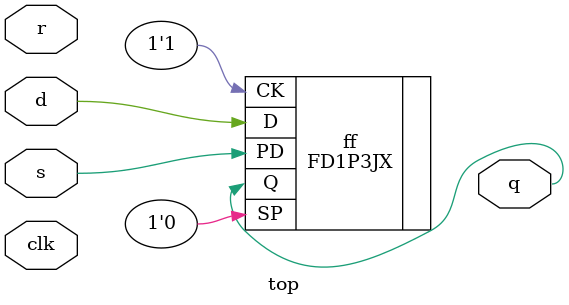
<source format=v>
module top(input clk, input d, input r, input s, output q);
    GSR gsr(.GSR(r));
    FD1P3JX ff(.D(d), .SP(1'b0), .PD(s), .CK(1'b1), .Q(q));
endmodule

</source>
